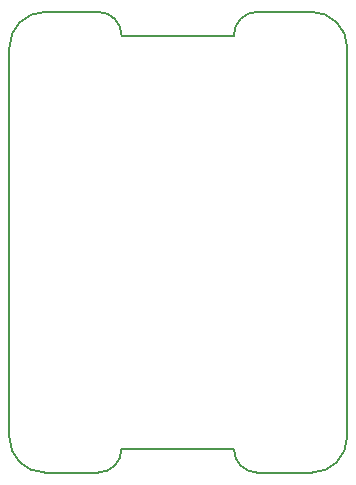
<source format=gm1>
G04 #@! TF.FileFunction,Profile,NP*
%FSLAX46Y46*%
G04 Gerber Fmt 4.6, Leading zero omitted, Abs format (unit mm)*
G04 Created by KiCad (PCBNEW 4.0.5-e0-6337~49~ubuntu16.04.1) date Fri Feb 10 02:02:51 2017*
%MOMM*%
%LPD*%
G01*
G04 APERTURE LIST*
%ADD10C,0.100000*%
%ADD11C,0.150000*%
G04 APERTURE END LIST*
D10*
D11*
X3000000Y-39000000D02*
X7500000Y-39000000D01*
X25600000Y-39000000D02*
X21000000Y-39000000D01*
X21000000Y0D02*
X25600000Y0D01*
X3000000Y0D02*
X7500000Y0D01*
X9500000Y-2000000D02*
X19000000Y-2000000D01*
X9500000Y-37000000D02*
X19000000Y-37000000D01*
X19000000Y-1995928D02*
G75*
G02X21000000Y4072I2000000J0D01*
G01*
X7500000Y4072D02*
G75*
G02X9500000Y-1995928I0J-2000000D01*
G01*
X7500000Y-39000000D02*
G75*
G03X9500000Y-37000000I0J2000000D01*
G01*
X19000000Y-37000000D02*
G75*
G03X21000000Y-39000000I2000000J0D01*
G01*
X28600000Y-3000000D02*
X28600000Y-36000000D01*
X0Y-3000000D02*
X0Y-36000000D01*
X0Y-36000000D02*
G75*
G03X3000000Y-39000000I3000000J0D01*
G01*
X25600000Y-39000000D02*
G75*
G03X28600000Y-36000000I0J3000000D01*
G01*
X3000000Y0D02*
G75*
G03X0Y-3000000I0J-3000000D01*
G01*
X28600000Y-3000000D02*
G75*
G03X25600000Y0I-3000000J0D01*
G01*
M02*

</source>
